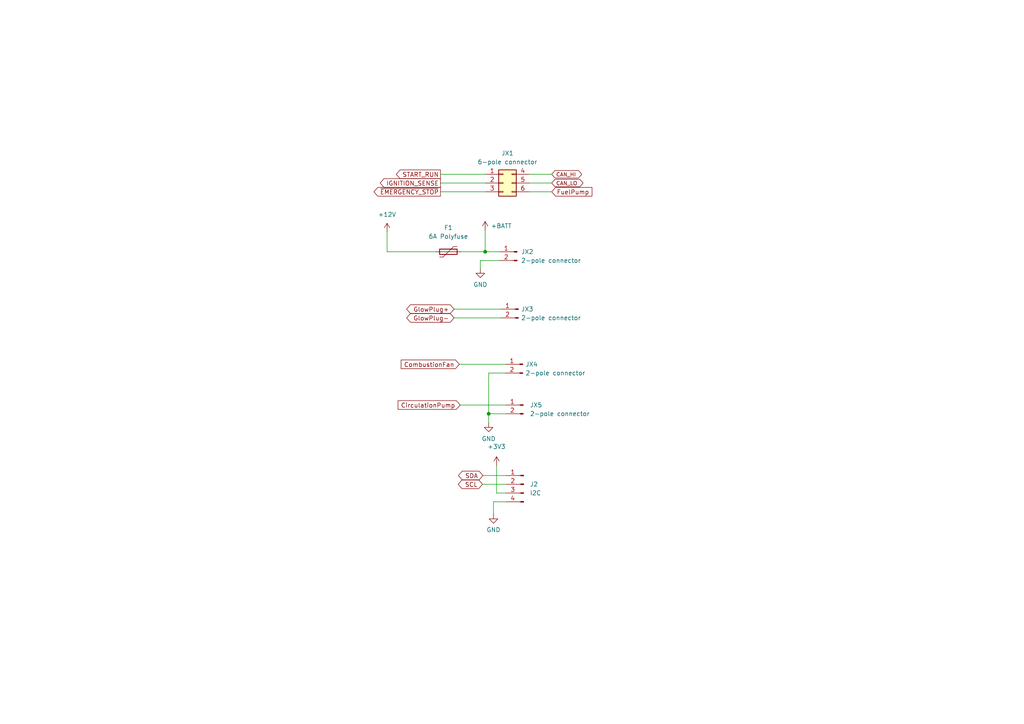
<source format=kicad_sch>
(kicad_sch (version 20211123) (generator eeschema)
  (paper "A4")
  (title_block (title "Webasto Replacement Mainboard (Thermo Top C)") (date "2023-03-08") (rev "2.0") (company "Gavin Hurlbut"))
  (lib_symbols
    (symbol "Connector:Conn_01x02_Male" (pin_names (offset 1.016) hide)
      (property "Reference" "J" (at 0 2.54 0))
      (property "Value" "Conn_01x02_Male" (at 0 -5.08 0))
      (symbol "Conn_01x02_Male_1_1"
        (polyline (pts (xy 1.27 -2.54) (xy 0.8636 -2.54)) (stroke (width 0.1524)))
        (polyline (pts (xy 1.27 0) (xy 0.8636 0)) (stroke (width 0.1524)))
        (rectangle (start 0.8636 -2.413) (end 0 -2.667) (stroke (width 0.1524)) (fill (type outline)))
        (rectangle (start 0.8636 0.127) (end 0 -0.127) (stroke (width 0.1524)) (fill (type outline)))
        (pin passive line (at 5.08 0 180) (length 3.81) (name "Pin_1") (number "1"))
        (pin passive line (at 5.08 -2.54 180) (length 3.81) (name "Pin_2") (number "2"))
      )
    )
    (symbol "Connector:Conn_01x04_Male" (pin_names (offset 1.016) hide)
      (property "Reference" "J" (at 0 5.08 0))
      (property "Value" "Conn_01x04_Male" (at 0 -7.62 0))
      (symbol "Conn_01x04_Male_1_1"
        (polyline (pts (xy 1.27 -5.08) (xy 0.8636 -5.08)) (stroke (width 0.1524)))
        (polyline (pts (xy 1.27 -2.54) (xy 0.8636 -2.54)) (stroke (width 0.1524)))
        (polyline (pts (xy 1.27 0) (xy 0.8636 0)) (stroke (width 0.1524)))
        (polyline (pts (xy 1.27 2.54) (xy 0.8636 2.54)) (stroke (width 0.1524)))
        (rectangle (start 0.8636 -4.953) (end 0 -5.207) (stroke (width 0.1524)) (fill (type outline)))
        (rectangle (start 0.8636 -2.413) (end 0 -2.667) (stroke (width 0.1524)) (fill (type outline)))
        (rectangle (start 0.8636 0.127) (end 0 -0.127) (stroke (width 0.1524)) (fill (type outline)))
        (rectangle (start 0.8636 2.667) (end 0 2.413) (stroke (width 0.1524)) (fill (type outline)))
        (pin passive line (at 5.08 2.54 180) (length 3.81) (name "Pin_1") (number "1"))
        (pin passive line (at 5.08 0 180) (length 3.81) (name "Pin_2") (number "2"))
        (pin passive line (at 5.08 -2.54 180) (length 3.81) (name "Pin_3") (number "3"))
        (pin passive line (at 5.08 -5.08 180) (length 3.81) (name "Pin_4") (number "4"))
      )
    )
    (symbol "Connector_Generic:Conn_02x03_Top_Bottom" (pin_names (offset 1.016) hide)
      (property "Reference" "J" (at 1.27 5.08 0))
      (property "Value" "Conn_02x03_Top_Bottom" (at 1.27 -5.08 0))
      (symbol "Conn_02x03_Top_Bottom_1_1"
        (rectangle (start -1.27 -2.413) (end 0 -2.667) (stroke (width 0.1524)))
        (rectangle (start -1.27 0.127) (end 0 -0.127) (stroke (width 0.1524)))
        (rectangle (start -1.27 2.667) (end 0 2.413) (stroke (width 0.1524)))
        (rectangle (start -1.27 3.81) (end 3.81 -3.81) (stroke (width 0.254)) (fill (type background)))
        (rectangle (start 3.81 -2.413) (end 2.54 -2.667) (stroke (width 0.1524)))
        (rectangle (start 3.81 0.127) (end 2.54 -0.127) (stroke (width 0.1524)))
        (rectangle (start 3.81 2.667) (end 2.54 2.413) (stroke (width 0.1524)))
        (pin passive line (at -5.08 2.54 0) (length 3.81) (name "Pin_1") (number "1"))
        (pin passive line (at -5.08 0 0) (length 3.81) (name "Pin_2") (number "2"))
        (pin passive line (at -5.08 -2.54 0) (length 3.81) (name "Pin_3") (number "3"))
        (pin passive line (at 7.62 2.54 180) (length 3.81) (name "Pin_4") (number "4"))
        (pin passive line (at 7.62 0 180) (length 3.81) (name "Pin_5") (number "5"))
        (pin passive line (at 7.62 -2.54 180) (length 3.81) (name "Pin_6") (number "6"))
      )
    )
    (symbol "Device:Polyfuse" (pin_numbers hide) (pin_names (offset 0))
      (property "Reference" "F" (at -2.54 0 90))
      (property "Value" "Polyfuse" (at 2.54 0 90))
      (symbol "Polyfuse_0_1"
        (rectangle (start -0.762 2.54) (end 0.762 -2.54) (stroke (width 0.254)))
        (polyline (pts (xy 0 2.54) (xy 0 -2.54)))
        (polyline (pts (xy -1.524 2.54) (xy -1.524 1.524) (xy 1.524 -1.524) (xy 1.524 -2.54)))
      )
      (symbol "Polyfuse_1_1"
        (pin passive line (at 0 3.81 270) (length 1.27) (name "~") (number "1"))
        (pin passive line (at 0 -3.81 90) (length 1.27) (name "~") (number "2"))
      )
    )
    (symbol "power:+12V" (power) (pin_names (offset 0))
      (property "Value" "+12V" (at 0 3.556 0))
      (symbol "+12V_0_1"
        (polyline (pts (xy -0.762 1.27) (xy 0 2.54)))
        (polyline (pts (xy 0 0) (xy 0 2.54)))
        (polyline (pts (xy 0 2.54) (xy 0.762 1.27)))
      )
      (symbol "+12V_1_1"
        (pin power_in line (at 0 0 90) (length 0) hide (name "+12V") (number "1"))
      )
    )
    (symbol "power:+3V3" (power) (pin_names (offset 0))
      (property "Value" "+3V3" (at 0 3.556 0))
      (symbol "+3V3_0_1"
        (polyline (pts (xy -0.762 1.27) (xy 0 2.54)))
        (polyline (pts (xy 0 0) (xy 0 2.54)))
        (polyline (pts (xy 0 2.54) (xy 0.762 1.27)))
      )
      (symbol "+3V3_1_1"
        (pin power_in line (at 0 0 90) (length 0) hide (name "+3V3") (number "1"))
      )
    )
    (symbol "power:+BATT" (power) (pin_names (offset 0))
      (property "Value" "+BATT" (at 0 3.556 0))
      (symbol "+BATT_0_1"
        (polyline (pts (xy -0.762 1.27) (xy 0 2.54)))
        (polyline (pts (xy 0 0) (xy 0 2.54)))
        (polyline (pts (xy 0 2.54) (xy 0.762 1.27)))
      )
      (symbol "+BATT_1_1"
        (pin power_in line (at 0 0 90) (length 0) hide (name "+BATT") (number "1"))
      )
    )
    (symbol "power:GND" (power) (pin_names (offset 0))
      (property "Value" "GND" (at 0 -3.81 0))
      (symbol "GND_0_1"
        (polyline (pts (xy 0 0) (xy 0 -1.27) (xy 1.27 -1.27) (xy 0 -2.54) (xy -1.27 -1.27) (xy 0 -1.27)))
      )
      (symbol "GND_1_1"
        (pin power_in line (at 0 0 270) (length 0) hide (name "GND") (number "1"))
      )
    )
  )
  (junction (at 140.716 73.025))
  (junction (at 141.732 120.015))
  (wire (pts (xy 140.716 73.025) (xy 144.907 73.025)))
  (wire (pts (xy 139.319 75.565) (xy 144.907 75.565)))
  (wire (pts (xy 146.812 143.002) (xy 144.018 143.002)))
  (wire (pts (xy 131.699 89.662) (xy 145.288 89.662)))
  (wire (pts (xy 133.223 105.664) (xy 146.558 105.664)))
  (wire (pts (xy 146.812 145.542) (xy 143.129 145.542)))
  (wire (pts (xy 153.543 50.546) (xy 160.02 50.546)))
  (wire (pts (xy 139.954 140.462) (xy 146.812 140.462)))
  (wire (pts (xy 133.477 117.475) (xy 146.685 117.475)))
  (wire (pts (xy 140.716 66.802) (xy 140.716 73.025)))
  (wire (pts (xy 144.018 143.002) (xy 144.018 135.001)))
  (wire (pts (xy 141.732 108.204) (xy 146.558 108.204)))
  (wire (pts (xy 141.732 120.015) (xy 146.685 120.015)))
  (wire (pts (xy 141.732 108.204) (xy 141.732 120.015)))
  (wire (pts (xy 139.319 77.978) (xy 139.319 75.565)))
  (wire (pts (xy 133.858 73.025) (xy 140.716 73.025)))
  (wire (pts (xy 112.268 73.025) (xy 126.238 73.025)))
  (wire (pts (xy 131.699 92.202) (xy 145.288 92.202)))
  (wire (pts (xy 153.543 55.626) (xy 160.02 55.626)))
  (wire (pts (xy 143.129 145.542) (xy 143.129 149.225)))
  (wire (pts (xy 127.762 50.546) (xy 140.843 50.546)))
  (wire (pts (xy 141.732 120.015) (xy 141.732 122.682)))
  (wire (pts (xy 127.762 55.626) (xy 140.843 55.626)))
  (wire (pts (xy 112.268 67.31) (xy 112.268 73.025)))
  (wire (pts (xy 153.543 53.086) (xy 160.02 53.086)))
  (wire (pts (xy 127.762 53.086) (xy 140.843 53.086)))
  (wire (pts (xy 140.081 137.922) (xy 146.812 137.922)))
  (global_label "SCL" (shape bidirectional) (at 139.954 140.462 180) (property "Intersheet References" "${INTERSHEET_REFS}" (effects hide)))
  (global_label "IGNITION_SENSE" (shape output) (at 127.762 53.086 180) (property "Intersheet References" "${INTERSHEET_REFS}" (effects hide)))
  (global_label "CirculationPump" (shape input) (at 133.477 117.475 180) (property "Intersheet References" "${INTERSHEET_REFS}" (effects hide)))
  (global_label "SDA" (shape bidirectional) (at 140.081 137.922 180) (property "Intersheet References" "${INTERSHEET_REFS}" (effects hide)))
  (global_label "FuelPump" (shape input) (at 160.02 55.626 0) (property "Intersheet References" "${INTERSHEET_REFS}" (effects hide)))
  (global_label "CAN_LO" (shape bidirectional) (at 160.02 53.086 0) (effects (font (size 1.0922 1.0922))) (property "Intersheet References" "${INTERSHEET_REFS}" (effects hide)))
  (global_label "~{EMERGENCY_STOP}" (shape output) (at 127.762 55.626 180) (property "Intersheet References" "${INTERSHEET_REFS}" (effects hide)))
  (global_label "GlowPlug-" (shape bidirectional) (at 131.699 92.202 180) (property "Intersheet References" "${INTERSHEET_REFS}" (effects hide)))
  (global_label "CombustionFan" (shape input) (at 133.223 105.664 180) (property "Intersheet References" "${INTERSHEET_REFS}" (effects hide)))
  (global_label "GlowPlug+" (shape bidirectional) (at 131.699 89.662 180) (property "Intersheet References" "${INTERSHEET_REFS}" (effects hide)))
  (global_label "CAN_HI" (shape bidirectional) (at 160.02 50.546 0) (effects (font (size 1.0922 1.0922))) (property "Intersheet References" "${INTERSHEET_REFS}" (effects hide)))
  (global_label "START_RUN" (shape output) (at 127.762 50.546 180) (property "Intersheet References" "${INTERSHEET_REFS}" (effects hide)))
  (symbol (lib_id "Connector_Generic:Conn_02x03_Top_Bottom") (at 145.923 53.086 0) (unit 1)
    (property "Reference" "JX1" (at 147.193 44.45 0))
    (property "Value" "6-pole connector" (at 147.193 46.99 0))
    (property "Footprint" "Beirdo:Webasto_Therma_Top_C_X1" (effects hide))
  )
  (symbol (lib_id "power:GND") (at 143.129 149.225 0) (unit 1)
    (property "Reference" "#PWR023" (effects hide))
    (property "Value" "GND" (at 143.129 153.67 0))
  )
  (symbol (lib_id "power:+12V") (at 112.268 67.31 0) (unit 1)
    (property "Reference" "#PWR020" (effects hide))
    (property "Value" "+12V" (at 112.268 62.23 0))
  )
  (symbol (lib_id "power:GND") (at 141.732 122.682 0) (unit 1)
    (property "Reference" "#PWR022" (effects hide))
    (property "Value" "GND" (at 141.732 127.254 0))
  )
  (symbol (lib_id "power:+BATT") (at 140.716 66.802 0) (mirror y) (unit 1)
    (property "Reference" "#PWR044" (effects hide))
    (property "Value" "+BATT" (at 142.367 65.5319 0) (effects (justify right)))
  )
  (symbol (lib_id "Connector:Conn_01x04_Male") (at 151.892 140.462 0) (mirror y) (unit 1)
    (property "Reference" "J2" (at 153.67 140.4619 0) (effects (justify right)))
    (property "Value" "I2C" (at 153.67 143.0019 0) (effects (justify right)))
    (property "Footprint" "Connector_PinHeader_2.54mm:PinHeader_1x04_P2.54mm_Vertical" (effects hide))
  )
  (symbol (lib_id "power:+3V3") (at 144.018 135.001 0) (unit 1)
    (property "Reference" "#PWR024" (effects hide))
    (property "Value" "+3V3" (at 144.018 129.54 0))
  )
  (symbol (lib_id "power:GND") (at 139.319 77.978 0) (unit 1)
    (property "Reference" "#PWR021" (effects hide))
    (property "Value" "GND" (at 139.319 82.55 0))
  )
  (symbol (lib_id "Connector:Conn_01x02_Male") (at 151.638 105.664 0) (mirror y) (unit 1)
    (property "Reference" "JX4" (at 152.4 105.6639 0) (effects (justify right)))
    (property "Value" "2-pole connector" (at 152.4 108.2039 0) (effects (justify right)))
    (property "Footprint" "Beirdo:Webasto_Therma_Top_C_X4X5" (effects hide))
  )
  (symbol (lib_id "Connector:Conn_01x02_Male") (at 151.765 117.475 0) (mirror y) (unit 1)
    (property "Reference" "JX5" (at 153.67 117.4749 0) (effects (justify right)))
    (property "Value" "2-pole connector" (at 153.67 120.0149 0) (effects (justify right)))
    (property "Footprint" "Beirdo:Webasto_Therma_Top_C_X4X5" (effects hide))
  )
  (symbol (lib_id "Connector:Conn_01x02_Male") (at 150.368 89.662 0) (mirror y) (unit 1)
    (property "Reference" "JX3" (at 151.13 89.6619 0) (effects (justify right)))
    (property "Value" "2-pole connector" (at 151.13 92.2019 0) (effects (justify right)))
    (property "Footprint" "Beirdo:Webasto_Therma_Top_C_X3" (effects hide))
  )
  (symbol (lib_id "Device:Polyfuse") (at 130.048 73.025 90) (unit 1)
    (property "Reference" "F1" (at 130.048 66.04 90))
    (property "Value" "6A Polyfuse" (at 130.048 68.58 90))
    (property "Footprint" "Resistor_SMD:R_1812_4532Metric_Pad1.30x3.40mm_HandSolder" (effects hide))
    (property "Digikey" "F2772CT-ND" (effects hide))
  )
  (symbol (lib_id "Connector:Conn_01x02_Male") (at 149.987 73.025 0) (mirror y) (unit 1)
    (property "Reference" "JX2" (at 151.13 73.0249 0) (effects (justify right)))
    (property "Value" "2-pole connector" (at 151.13 75.5649 0) (effects (justify right)))
    (property "Footprint" "Beirdo:Webasto_Therma_Top_C_X2" (effects hide))
  )
)
</source>
